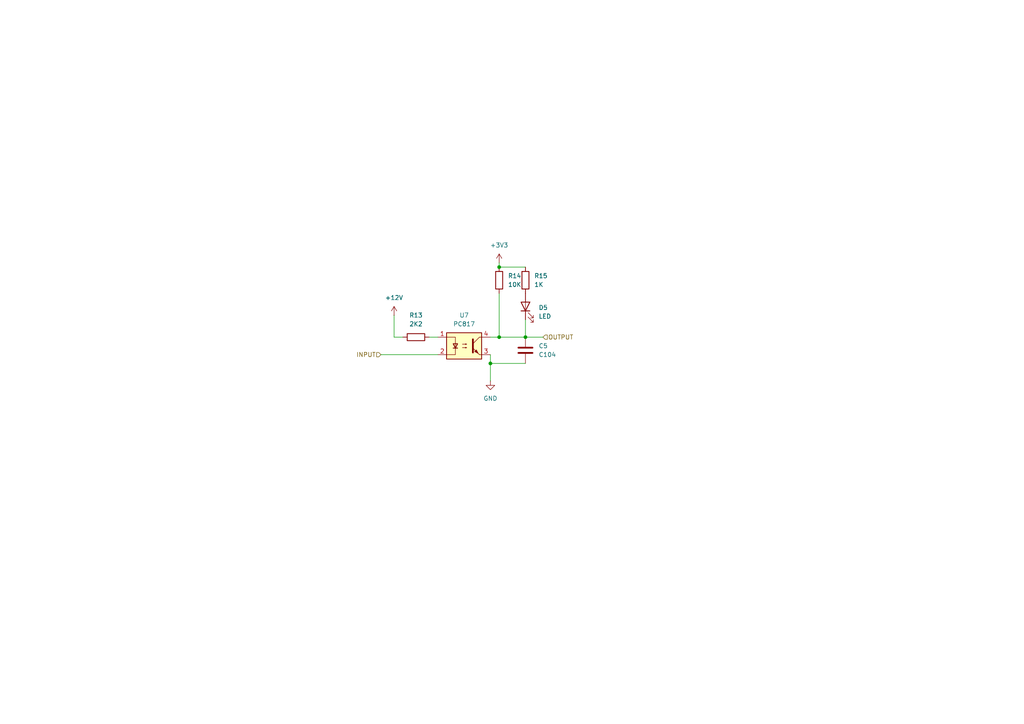
<source format=kicad_sch>
(kicad_sch (version 20250114) (generator "eeschema") (generator_version "9.0")
  (paper "A4")
  (lib_symbols
    (symbol "Device:C" (pin_numbers (hide yes)) (pin_names (offset 0.254))
      (property "Reference" "C" (at 0.635 2.54 0))
      (property "Value" "C" (at 0.635 -2.54 0))
      (symbol "C_0_1"
        (polyline (pts (xy -2.032 0.762) (xy 2.032 0.762)) (stroke (width 0.508)))
        (polyline (pts (xy -2.032 -0.762) (xy 2.032 -0.762)) (stroke (width 0.508)))
      )
      (symbol "C_1_1"
        (pin passive line (at 0 3.81 270) (length 2.794) (name "~") (number "1"))
        (pin passive line (at 0 -3.81 90) (length 2.794) (name "~") (number "2"))
      )
    )
    (symbol "Device:LED" (pin_numbers (hide yes)) (pin_names (offset 1.016) (hide yes))
      (property "Reference" "D" (at 0 2.54 0))
      (property "Value" "LED" (at 0 -2.54 0))
      (symbol "LED_0_1"
        (polyline (pts (xy -3.048 -0.762) (xy -4.572 -2.286) (xy -3.81 -2.286) (xy -4.572 -2.286) (xy -4.572 -1.524)))
        (polyline (pts (xy -1.778 -0.762) (xy -3.302 -2.286) (xy -2.54 -2.286) (xy -3.302 -2.286) (xy -3.302 -1.524)))
        (polyline (pts (xy -1.27 0) (xy 1.27 0)))
        (polyline (pts (xy -1.27 -1.27) (xy -1.27 1.27)) (stroke (width 0.254)))
        (polyline (pts (xy 1.27 -1.27) (xy 1.27 1.27) (xy -1.27 0) (xy 1.27 -1.27)) (stroke (width 0.254)))
      )
      (symbol "LED_1_1"
        (pin passive line (at -3.81 0 0) (length 2.54) (name "K") (number "1"))
        (pin passive line (at 3.81 0 180) (length 2.54) (name "A") (number "2"))
      )
    )
    (symbol "Device:R" (pin_numbers (hide yes)) (pin_names (offset 0))
      (property "Reference" "R" (at 2.032 0 90))
      (property "Value" "R" (at 0 0 90))
      (symbol "R_0_1"
        (rectangle (start -1.016 -2.54) (end 1.016 2.54) (stroke (width 0.254)))
      )
      (symbol "R_1_1"
        (pin passive line (at 0 3.81 270) (length 1.27) (name "~") (number "1"))
        (pin passive line (at 0 -3.81 90) (length 1.27) (name "~") (number "2"))
      )
    )
    (symbol "Isolator:PC817" (pin_names (offset 1.016))
      (property "Reference" "U" (at -5.08 5.08 0))
      (property "Value" "PC817" (at 0 5.08 0))
      (symbol "PC817_0_1"
        (rectangle (start -5.08 3.81) (end 5.08 -3.81) (stroke (width 0.254)) (fill (type background)))
        (polyline (pts (xy -5.08 2.54) (xy -2.54 2.54) (xy -2.54 -0.635)))
        (polyline (pts (xy -3.175 -0.635) (xy -1.905 -0.635)) (stroke (width 0.254)))
        (polyline (pts (xy -2.54 -0.635) (xy -2.54 -2.54) (xy -5.08 -2.54)))
        (polyline (pts (xy -2.54 -0.635) (xy -3.175 0.635) (xy -1.905 0.635) (xy -2.54 -0.635)) (stroke (width 0.254)))
        (polyline (pts (xy -0.508 0.508) (xy 0.762 0.508) (xy 0.381 0.381) (xy 0.381 0.635) (xy 0.762 0.508)))
        (polyline (pts (xy -0.508 -0.508) (xy 0.762 -0.508) (xy 0.381 -0.635) (xy 0.381 -0.381) (xy 0.762 -0.508)))
        (polyline (pts (xy 2.54 1.905) (xy 2.54 -1.905)) (stroke (width 0.508)))
        (polyline (pts (xy 2.54 0.635) (xy 4.445 2.54)))
        (polyline (pts (xy 3.048 -1.651) (xy 3.556 -1.143) (xy 4.064 -2.159) (xy 3.048 -1.651)) (fill (type outline)))
        (polyline (pts (xy 4.445 2.54) (xy 5.08 2.54)))
        (polyline (pts (xy 4.445 -2.54) (xy 2.54 -0.635)) (fill (type outline)))
        (polyline (pts (xy 4.445 -2.54) (xy 5.08 -2.54)))
      )
      (symbol "PC817_1_1"
        (pin passive line (at -7.62 2.54 0) (length 2.54) (name "~") (number "1"))
        (pin passive line (at -7.62 -2.54 0) (length 2.54) (name "~") (number "2"))
        (pin passive line (at 7.62 2.54 180) (length 2.54) (name "~") (number "4"))
        (pin passive line (at 7.62 -2.54 180) (length 2.54) (name "~") (number "3"))
      )
    )
    (symbol "power:+12V" (power) (pin_numbers (hide yes)) (pin_names (offset 0) (hide yes))
      (property "Value" "+12V" (at 0 3.556 0))
      (symbol "+12V_0_1"
        (polyline (pts (xy -0.762 1.27) (xy 0 2.54)))
        (polyline (pts (xy 0 2.54) (xy 0.762 1.27)))
        (polyline (pts (xy 0 0) (xy 0 2.54)))
      )
      (symbol "+12V_1_1"
        (pin power_in line (at 0 0 90) (length 0) (name "~") (number "1"))
      )
    )
    (symbol "power:+3V3" (power) (pin_numbers (hide yes)) (pin_names (offset 0) (hide yes))
      (property "Value" "+3V3" (at 0 3.556 0))
      (symbol "+3V3_0_1"
        (polyline (pts (xy -0.762 1.27) (xy 0 2.54)))
        (polyline (pts (xy 0 2.54) (xy 0.762 1.27)))
        (polyline (pts (xy 0 0) (xy 0 2.54)))
      )
      (symbol "+3V3_1_1"
        (pin power_in line (at 0 0 90) (length 0) (name "~") (number "1"))
      )
    )
    (symbol "power:GND" (power) (pin_numbers (hide yes)) (pin_names (offset 0) (hide yes))
      (property "Value" "GND" (at 0 -3.81 0))
      (symbol "GND_0_1"
        (polyline (pts (xy 0 0) (xy 0 -1.27) (xy 1.27 -1.27) (xy 0 -2.54) (xy -1.27 -1.27) (xy 0 -1.27)))
      )
      (symbol "GND_1_1"
        (pin power_in line (at 0 0 270) (length 0) (name "~") (number "1"))
      )
    )
  )
  (junction (at 142.24 105.41))
  (junction (at 144.78 97.79))
  (junction (at 152.4 97.79))
  (junction (at 144.78 77.47))
  (wire (pts (xy 152.4 97.79) (xy 144.78 97.79)))
  (wire (pts (xy 142.24 105.41) (xy 152.4 105.41)))
  (wire (pts (xy 157.48 97.79) (xy 152.4 97.79)))
  (wire (pts (xy 124.46 97.79) (xy 127 97.79)))
  (wire (pts (xy 142.24 102.87) (xy 142.24 105.41)))
  (wire (pts (xy 144.78 77.47) (xy 152.4 77.47)))
  (wire (pts (xy 144.78 77.47) (xy 144.78 76.2)))
  (wire (pts (xy 144.78 97.79) (xy 142.24 97.79)))
  (wire (pts (xy 114.3 91.44) (xy 114.3 97.79)))
  (wire (pts (xy 110.49 102.87) (xy 127 102.87)))
  (wire (pts (xy 114.3 97.79) (xy 116.84 97.79)))
  (wire (pts (xy 144.78 85.09) (xy 144.78 97.79)))
  (wire (pts (xy 152.4 92.71) (xy 152.4 97.79)))
  (wire (pts (xy 142.24 110.49) (xy 142.24 105.41)))
  (hierarchical_label "INPUT" (shape input) (at 110.49 102.87 180))
  (hierarchical_label "OUTPUT" (shape input) (at 157.48 97.79 0))
  (symbol (lib_id "Device:R") (at 120.65 97.79 90) (unit 1)
    (property "Reference" "R4" (at 120.65 91.44 90))
    (property "Value" "2K2" (at 120.65 93.98 90))
    (property "Footprint" "Resistor_THT:R_Axial_DIN0207_L6.3mm_D2.5mm_P7.62mm_Horizontal" (effects (hide yes)))
    (property "Description" "Resistor" (effects (hide yes)))
    (instances (project "SensorCircuit" (path "" (reference "R13") (unit 1)) (path "" (reference "R10") (unit 1)) (path "" (reference "R7") (unit 1)) (path "" (reference "R4") (unit 1)) (path "" (reference "R19") (unit 1)) (path "" (reference "R22") (unit 1)) (path "" (reference "R16") (unit 1)) (path "" (reference "R1") (unit 1))))
  )
  (symbol (lib_id "Device:C") (at 152.4 101.6 0) (unit 1)
    (property "Reference" "C2" (at 156.21 100.3299 0) (effects (justify left)))
    (property "Value" "C104" (at 156.21 102.8699 0) (effects (justify left)))
    (property "Footprint" "Capacitor_THT:C_Disc_D5.0mm_W2.5mm_P5.00mm" (effects (hide yes)))
    (property "Description" "Unpolarized capacitor" (effects (hide yes)))
    (instances (project "SensorCircuit" (path "" (reference "C5") (unit 1)) (path "" (reference "C4") (unit 1)) (path "" (reference "C3") (unit 1)) (path "" (reference "C2") (unit 1)) (path "" (reference "C7") (unit 1)) (path "" (reference "C8") (unit 1)) (path "" (reference "C6") (unit 1)) (path "" (reference "C1") (unit 1))))
  )
  (symbol (lib_id "power:+3V3") (at 144.78 76.2 0) (unit 1)
    (property "Reference" "#PWR06" (effects (hide yes)))
    (property "Value" "+3V3" (at 144.78 71.12 0))
    (property "Description" "Power symbol creates a global label with name \"+3V3\"" (effects (hide yes)))
    (instances (project "SensorCircuit" (path "" (reference "#PWR015") (unit 1)) (path "" (reference "#PWR012") (unit 1)) (path "" (reference "#PWR09") (unit 1)) (path "" (reference "#PWR06") (unit 1)) (path "" (reference "#PWR021") (unit 1)) (path "" (reference "#PWR024") (unit 1)) (path "" (reference "#PWR018") (unit 1)) (path "" (reference "#PWR03") (unit 1))))
  )
  (symbol (lib_id "Device:R") (at 152.4 81.28 180) (unit 1)
    (property "Reference" "R6" (at 154.94 80.0099 0) (effects (justify right)))
    (property "Value" "1K" (at 154.94 82.5499 0) (effects (justify right)))
    (property "Footprint" "Resistor_THT:R_Axial_DIN0207_L6.3mm_D2.5mm_P7.62mm_Horizontal" (effects (hide yes)))
    (property "Description" "Resistor" (effects (hide yes)))
    (instances (project "SensorCircuit" (path "" (reference "R15") (unit 1)) (path "" (reference "R12") (unit 1)) (path "" (reference "R9") (unit 1)) (path "" (reference "R6") (unit 1)) (path "" (reference "R21") (unit 1)) (path "" (reference "R24") (unit 1)) (path "" (reference "R18") (unit 1)) (path "" (reference "R3") (unit 1))))
  )
  (symbol (lib_id "Device:LED") (at 152.4 88.9 90) (unit 1)
    (property "Reference" "D2" (at 156.21 89.2174 90) (effects (justify right)))
    (property "Value" "LED" (at 156.21 91.7574 90) (effects (justify right)))
    (property "Footprint" "LED_THT:LED_D3.0mm" (effects (hide yes)))
    (property "Description" "Light emitting diode" (effects (hide yes)))
    (property "Sim.Pins" "1=K 2=A" (effects (hide yes)))
    (instances (project "SensorCircuit" (path "" (reference "D5") (unit 1)) (path "" (reference "D4") (unit 1)) (path "" (reference "D3") (unit 1)) (path "" (reference "D2") (unit 1)) (path "" (reference "D7") (unit 1)) (path "" (reference "D8") (unit 1)) (path "" (reference "D6") (unit 1)) (path "" (reference "D1") (unit 1))))
  )
  (symbol (lib_id "power:GND") (at 142.24 110.49 0) (unit 1)
    (property "Reference" "#PWR05" (effects (hide yes)))
    (property "Value" "GND" (at 142.24 115.57 0))
    (property "Description" "Power symbol creates a global label with name \"GND\" , ground" (effects (hide yes)))
    (instances (project "SensorCircuit" (path "" (reference "#PWR014") (unit 1)) (path "" (reference "#PWR011") (unit 1)) (path "" (reference "#PWR08") (unit 1)) (path "" (reference "#PWR05") (unit 1)) (path "" (reference "#PWR020") (unit 1)) (path "" (reference "#PWR023") (unit 1)) (path "" (reference "#PWR017") (unit 1)) (path "" (reference "#PWR02") (unit 1))))
  )
  (symbol (lib_id "power:+12V") (at 114.3 91.44 0) (unit 1)
    (property "Reference" "#PWR04" (effects (hide yes)))
    (property "Value" "+12V" (at 114.3 86.36 0))
    (property "Description" "Power symbol creates a global label with name \"+12V\"" (effects (hide yes)))
    (instances (project "SensorCircuit" (path "" (reference "#PWR013") (unit 1)) (path "" (reference "#PWR010") (unit 1)) (path "" (reference "#PWR07") (unit 1)) (path "" (reference "#PWR04") (unit 1)) (path "" (reference "#PWR019") (unit 1)) (path "" (reference "#PWR022") (unit 1)) (path "" (reference "#PWR016") (unit 1)) (path "" (reference "#PWR01") (unit 1))))
  )
  (symbol (lib_id "Isolator:PC817") (at 134.62 100.33 0) (unit 1)
    (property "Reference" "U4" (at 134.62 91.44 0))
    (property "Value" "PC817" (at 134.62 93.98 0))
    (property "Footprint" "Package_DIP:DIP-4_W7.62mm" (effects (hide yes)))
    (property "Datasheet" "http://www.soselectronic.cz/a_info/resource/d/pc817.pdf" (effects (hide yes)))
    (property "Description" "DC Optocoupler, Vce 35V, CTR 50-300%, DIP-4" (effects (hide yes)))
    (instances (project "SensorCircuit" (path "" (reference "U7") (unit 1)) (path "" (reference "U6") (unit 1)) (path "" (reference "U5") (unit 1)) (path "" (reference "U4") (unit 1)) (path "" (reference "U9") (unit 1)) (path "" (reference "U10") (unit 1)) (path "" (reference "U8") (unit 1)) (path "" (reference "U3") (unit 1))))
  )
  (symbol (lib_id "Device:R") (at 144.78 81.28 180) (unit 1)
    (property "Reference" "R5" (at 147.32 80.0099 0) (effects (justify right)))
    (property "Value" "10K" (at 147.32 82.5499 0) (effects (justify right)))
    (property "Footprint" "Resistor_THT:R_Axial_DIN0207_L6.3mm_D2.5mm_P7.62mm_Horizontal" (effects (hide yes)))
    (property "Description" "Resistor" (effects (hide yes)))
    (instances (project "SensorCircuit" (path "" (reference "R14") (unit 1)) (path "" (reference "R11") (unit 1)) (path "" (reference "R8") (unit 1)) (path "" (reference "R5") (unit 1)) (path "" (reference "R20") (unit 1)) (path "" (reference "R23") (unit 1)) (path "" (reference "R17") (unit 1)) (path "" (reference "R2") (unit 1))))
  )
)
</source>
